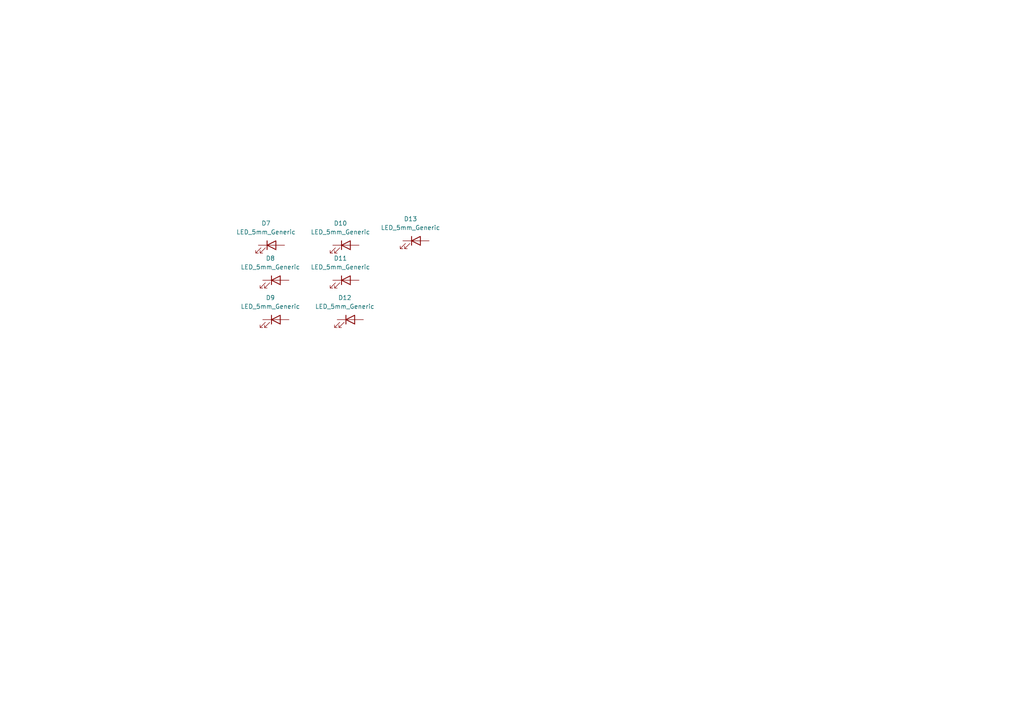
<source format=kicad_sch>
(kicad_sch (version 20231120) (generator "eeschema") (generator_version "8.0")
  (paper "A4")
  (lib_symbols
    (symbol "CREPP_LED:LED_5mm_Generic" (pin_numbers hide) (pin_names (offset 1.016) hide)
      (property "Reference" "D" (at 0 2.54 0))
      (property "Value" "LED_5mm_Generic" (at 0 -2.54 0))
      (symbol "LED_5mm_Generic_0_1"
        (polyline (pts (xy -1.27 -1.27) (xy -1.27 1.27)) (stroke (width 0.254)))
        (polyline (pts (xy -1.27 0) (xy 1.27 0)))
        (polyline (pts (xy 1.27 -1.27) (xy 1.27 1.27) (xy -1.27 0) (xy 1.27 -1.27)) (stroke (width 0.254)))
        (polyline (pts (xy -3.048 -0.762) (xy -4.572 -2.286) (xy -3.81 -2.286) (xy -4.572 -2.286) (xy -4.572 -1.524)))
        (polyline (pts (xy -1.778 -0.762) (xy -3.302 -2.286) (xy -2.54 -2.286) (xy -3.302 -2.286) (xy -3.302 -1.524)))
      )
      (symbol "LED_5mm_Generic_1_1"
        (pin passive line (at -3.81 0 0) (length 2.54) (name "K") (number "1"))
        (pin passive line (at 3.81 0 180) (length 2.54) (name "A") (number "2"))
      )
    )
  )
  (symbol (lib_id "CREPP_LED:LED_5mm_Generic") (at 101.6 92.71 0) (unit 1)
    (property "Reference" "D12" (at 100.0125 86.36 0))
    (property "Value" "LED_5mm_Generic" (at 100.0125 88.9 0))
    (property "Footprint" "CREPP_LEDs:LED_D5.0mm_White" (effects (hide yes)))
    (property "Description" "LED 5mm" (effects (hide yes)))
  )
  (symbol (lib_id "CREPP_LED:LED_5mm_Generic") (at 78.74 71.12 0) (unit 1)
    (property "Reference" "D7" (at 77.1525 64.77 0))
    (property "Value" "LED_5mm_Generic" (at 77.1525 67.31 0))
    (property "Footprint" "CREPP_LEDs:LED_D5.0mm_Blue" (effects (hide yes)))
    (property "Description" "LED 5mm" (effects (hide yes)))
  )
  (symbol (lib_id "CREPP_LED:LED_5mm_Generic") (at 80.01 92.71 0) (unit 1)
    (property "Reference" "D9" (at 78.4225 86.36 0))
    (property "Value" "LED_5mm_Generic" (at 78.4225 88.9 0))
    (property "Footprint" "CREPP_LEDs:LED_D5.0mm_Orange" (effects (hide yes)))
    (property "Description" "LED 5mm" (effects (hide yes)))
  )
  (symbol (lib_id "CREPP_LED:LED_5mm_Generic") (at 80.01 81.28 0) (unit 1)
    (property "Reference" "D8" (at 78.4225 74.93 0))
    (property "Value" "LED_5mm_Generic" (at 78.4225 77.47 0))
    (property "Footprint" "CREPP_LEDs:LED_D5.0mm_Green" (effects (hide yes)))
    (property "Description" "LED 5mm" (effects (hide yes)))
  )
  (symbol (lib_id "CREPP_LED:LED_5mm_Generic") (at 100.33 81.28 0) (unit 1)
    (property "Reference" "D11" (at 98.7425 74.93 0))
    (property "Value" "LED_5mm_Generic" (at 98.7425 77.47 0))
    (property "Footprint" "CREPP_LEDs:LED_D5.0mm_Red" (effects (hide yes)))
    (property "Description" "LED 5mm" (effects (hide yes)))
  )
  (symbol (lib_id "CREPP_LED:LED_5mm_Generic") (at 100.33 71.12 0) (unit 1)
    (property "Reference" "D10" (at 98.7425 64.77 0))
    (property "Value" "LED_5mm_Generic" (at 98.7425 67.31 0))
    (property "Footprint" "CREPP_LEDs:LED_D5.0mm_Purple" (effects (hide yes)))
    (property "Description" "LED 5mm" (effects (hide yes)))
  )
  (symbol (lib_id "CREPP_LED:LED_5mm_Generic") (at 120.65 69.85 0) (unit 1)
    (property "Reference" "D13" (at 119.0625 63.5 0))
    (property "Value" "LED_5mm_Generic" (at 119.0625 66.04 0))
    (property "Footprint" "CREPP_LEDs:LED_D5.0mm_Yellow" (effects (hide yes)))
    (property "Description" "LED 5mm" (effects (hide yes)))
  )
)
</source>
